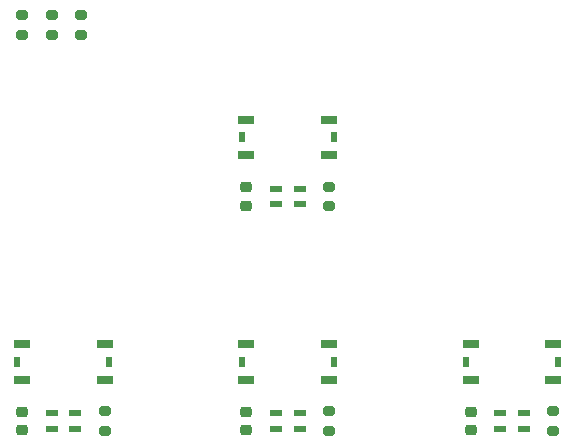
<source format=gtp>
%TF.GenerationSoftware,KiCad,Pcbnew,(6.0.7)*%
%TF.CreationDate,2022-08-25T16:09:55+02:00*%
%TF.ProjectId,esp32-minikeyboard-pcb,65737033-322d-46d6-996e-696b6579626f,rev?*%
%TF.SameCoordinates,Original*%
%TF.FileFunction,Paste,Top*%
%TF.FilePolarity,Positive*%
%FSLAX46Y46*%
G04 Gerber Fmt 4.6, Leading zero omitted, Abs format (unit mm)*
G04 Created by KiCad (PCBNEW (6.0.7)) date 2022-08-25 16:09:55*
%MOMM*%
%LPD*%
G01*
G04 APERTURE LIST*
G04 Aperture macros list*
%AMRoundRect*
0 Rectangle with rounded corners*
0 $1 Rounding radius*
0 $2 $3 $4 $5 $6 $7 $8 $9 X,Y pos of 4 corners*
0 Add a 4 corners polygon primitive as box body*
4,1,4,$2,$3,$4,$5,$6,$7,$8,$9,$2,$3,0*
0 Add four circle primitives for the rounded corners*
1,1,$1+$1,$2,$3*
1,1,$1+$1,$4,$5*
1,1,$1+$1,$6,$7*
1,1,$1+$1,$8,$9*
0 Add four rect primitives between the rounded corners*
20,1,$1+$1,$2,$3,$4,$5,0*
20,1,$1+$1,$4,$5,$6,$7,0*
20,1,$1+$1,$6,$7,$8,$9,0*
20,1,$1+$1,$8,$9,$2,$3,0*%
G04 Aperture macros list end*
%ADD10R,1.400000X0.800000*%
%ADD11R,0.600000X0.900000*%
%ADD12RoundRect,0.200000X0.275000X-0.200000X0.275000X0.200000X-0.275000X0.200000X-0.275000X-0.200000X0*%
%ADD13RoundRect,0.200000X-0.275000X0.200000X-0.275000X-0.200000X0.275000X-0.200000X0.275000X0.200000X0*%
%ADD14R,1.000000X0.600000*%
%ADD15RoundRect,0.225000X-0.250000X0.225000X-0.250000X-0.225000X0.250000X-0.225000X0.250000X0.225000X0*%
G04 APERTURE END LIST*
D10*
%TO.C,D4*%
X107500000Y-110000000D03*
X107500000Y-107000000D03*
D11*
X107900000Y-108500000D03*
%TD*%
D10*
%TO.C,Q2*%
X81500000Y-107000000D03*
X81500000Y-110000000D03*
D11*
X81100000Y-108500000D03*
%TD*%
D12*
%TO.C,R7*%
X62500000Y-80825000D03*
X62500000Y-79175000D03*
%TD*%
%TO.C,R6*%
X107500000Y-114325000D03*
X107500000Y-112675000D03*
%TD*%
D10*
%TO.C,D1*%
X69500000Y-110000000D03*
X69500000Y-107000000D03*
D11*
X69900000Y-108500000D03*
%TD*%
D10*
%TO.C,Q1*%
X62500000Y-107000000D03*
X62500000Y-110000000D03*
D11*
X62100000Y-108500000D03*
%TD*%
D13*
%TO.C,R1*%
X65000000Y-79175000D03*
X65000000Y-80825000D03*
%TD*%
D14*
%TO.C,D6*%
X84000000Y-112850000D03*
X84000000Y-114150000D03*
X86000000Y-114150000D03*
X86000000Y-112850000D03*
%TD*%
D15*
%TO.C,C1*%
X62500000Y-112725000D03*
X62500000Y-114275000D03*
%TD*%
D14*
%TO.C,D8*%
X103000000Y-112850000D03*
X103000000Y-114150000D03*
X105000000Y-114150000D03*
X105000000Y-112850000D03*
%TD*%
D15*
%TO.C,C2*%
X81500000Y-112725000D03*
X81500000Y-114275000D03*
%TD*%
D14*
%TO.C,D5*%
X65000000Y-112850000D03*
X65000000Y-114150000D03*
X67000000Y-114150000D03*
X67000000Y-112850000D03*
%TD*%
D10*
%TO.C,D3*%
X88500000Y-91000000D03*
X88500000Y-88000000D03*
D11*
X88900000Y-89500000D03*
%TD*%
D12*
%TO.C,R2*%
X69500000Y-114325000D03*
X69500000Y-112675000D03*
%TD*%
%TO.C,R3*%
X88500000Y-114325000D03*
X88500000Y-112675000D03*
%TD*%
%TO.C,R5*%
X88500000Y-95325000D03*
X88500000Y-93675000D03*
%TD*%
D10*
%TO.C,Q3*%
X81500000Y-88000000D03*
X81500000Y-91000000D03*
D11*
X81100000Y-89500000D03*
%TD*%
D15*
%TO.C,C3*%
X81500000Y-93725000D03*
X81500000Y-95275000D03*
%TD*%
D10*
%TO.C,D2*%
X88500000Y-110000000D03*
X88500000Y-107000000D03*
D11*
X88900000Y-108500000D03*
%TD*%
D15*
%TO.C,C4*%
X100500000Y-112725000D03*
X100500000Y-114275000D03*
%TD*%
D14*
%TO.C,D7*%
X84000000Y-93850000D03*
X84000000Y-95150000D03*
X86000000Y-95150000D03*
X86000000Y-93850000D03*
%TD*%
D10*
%TO.C,Q4*%
X100500000Y-107000000D03*
X100500000Y-110000000D03*
D11*
X100100000Y-108500000D03*
%TD*%
D13*
%TO.C,R4*%
X67500000Y-79175000D03*
X67500000Y-80825000D03*
%TD*%
M02*

</source>
